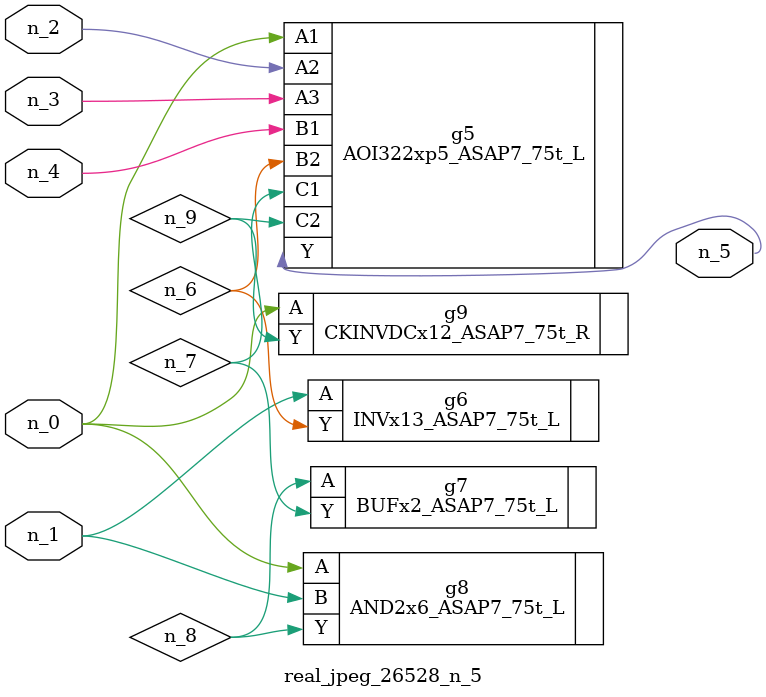
<source format=v>
module real_jpeg_26528_n_5 (n_4, n_0, n_1, n_2, n_3, n_5);

input n_4;
input n_0;
input n_1;
input n_2;
input n_3;

output n_5;

wire n_8;
wire n_6;
wire n_7;
wire n_9;

AOI322xp5_ASAP7_75t_L g5 ( 
.A1(n_0),
.A2(n_2),
.A3(n_3),
.B1(n_4),
.B2(n_6),
.C1(n_7),
.C2(n_9),
.Y(n_5)
);

AND2x6_ASAP7_75t_L g8 ( 
.A(n_0),
.B(n_1),
.Y(n_8)
);

CKINVDCx12_ASAP7_75t_R g9 ( 
.A(n_0),
.Y(n_9)
);

INVx13_ASAP7_75t_L g6 ( 
.A(n_1),
.Y(n_6)
);

BUFx2_ASAP7_75t_L g7 ( 
.A(n_8),
.Y(n_7)
);


endmodule
</source>
